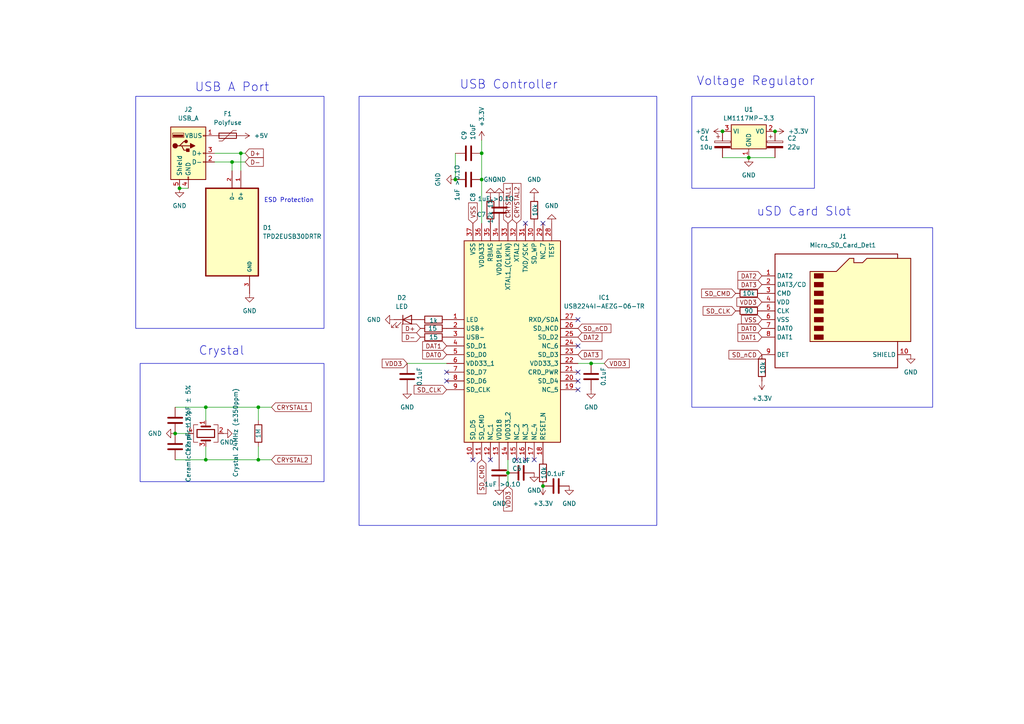
<source format=kicad_sch>
(kicad_sch (version 20250114) (generator "eeschema") (generator_version "9.0")
  (paper "A4")
  (title_block (title "uSDReader") (date "2025-04-22") (rev "3"))
  (lib_symbols
    (symbol "Connector:Micro_SD_Card_Det1"
      (property "Reference" "J" (at -16.51 17.78 0))
      (property "Value" "Micro_SD_Card_Det1" (at 16.51 17.78 0))
      (symbol "Micro_SD_Card_Det1_0_1"
        (polyline (pts (xy -8.89 -8.89) (xy -8.89 11.43) (xy -1.27 11.43) (xy 2.54 15.24) (xy 3.81 15.24) (xy 3.81 13.97) (xy 6.35 13.97) (xy 7.62 15.24) (xy 20.32 15.24) (xy 20.32 -8.89) (xy -8.89 -8.89)) (stroke (width 0.254)) (fill (type background)))
        (rectangle (start -7.62 10.795) (end -5.08 9.525) (stroke (width 0.254)) (fill (type outline)))
        (rectangle (start -7.62 8.255) (end -5.08 6.985) (stroke (width 0.254)) (fill (type outline)))
        (rectangle (start -7.62 5.715) (end -5.08 4.445) (stroke (width 0.254)) (fill (type outline)))
        (rectangle (start -7.62 3.175) (end -5.08 1.905) (stroke (width 0.254)) (fill (type outline)))
        (rectangle (start -7.62 0.635) (end -5.08 -0.635) (stroke (width 0.254)) (fill (type outline)))
        (rectangle (start -7.62 -1.905) (end -5.08 -3.175) (stroke (width 0.254)) (fill (type outline)))
        (rectangle (start -7.62 -4.445) (end -5.08 -5.715) (stroke (width 0.254)) (fill (type outline)))
        (rectangle (start -7.62 -6.985) (end -5.08 -8.255) (stroke (width 0.254)) (fill (type outline)))
        (polyline (pts (xy 16.51 15.24) (xy 16.51 16.51) (xy -19.05 16.51) (xy -19.05 -16.51) (xy 16.51 -16.51) (xy 16.51 -8.89)) (stroke (width 0.254)))
      )
      (symbol "Micro_SD_Card_Det1_1_1"
        (pin bidirectional line (at -22.86 10.16 0) (length 3.81) (name "DAT2") (number "1"))
        (pin bidirectional line (at -22.86 7.62 0) (length 3.81) (name "DAT3/CD") (number "2"))
        (pin input line (at -22.86 5.08 0) (length 3.81) (name "CMD") (number "3"))
        (pin power_in line (at -22.86 2.54 0) (length 3.81) (name "VDD") (number "4"))
        (pin input line (at -22.86 0 0) (length 3.81) (name "CLK") (number "5"))
        (pin power_in line (at -22.86 -2.54 0) (length 3.81) (name "VSS") (number "6"))
        (pin bidirectional line (at -22.86 -5.08 0) (length 3.81) (name "DAT0") (number "7"))
        (pin bidirectional line (at -22.86 -7.62 0) (length 3.81) (name "DAT1") (number "8"))
        (pin passive line (at -22.86 -12.7 0) (length 3.81) (name "DET") (number "9"))
        (pin passive line (at 20.32 -12.7 180) (length 3.81) (name "SHIELD") (number "10"))
      )
    )
    (symbol "Connector:USB_A" (pin_names (offset 1.016))
      (property "Reference" "J" (at -5.08 11.43 0))
      (property "Value" "USB_A" (at -5.08 8.89 0))
      (symbol "USB_A_0_1"
        (rectangle (start -5.08 -7.62) (end 5.08 7.62) (stroke (width 0.254)) (fill (type background)))
        (circle (center -3.81 2.159) (radius 0.635) (stroke (width 0.254)) (fill (type outline)))
        (polyline (pts (xy -3.175 2.159) (xy -2.54 2.159) (xy -1.27 3.429) (xy -0.635 3.429)) (stroke (width 0.254)))
        (polyline (pts (xy -2.54 2.159) (xy -1.905 2.159) (xy -1.27 0.889) (xy 0 0.889)) (stroke (width 0.254)))
        (rectangle (start -1.524 4.826) (end -4.318 5.334) (fill (type outline)))
        (rectangle (start -1.27 4.572) (end -4.572 5.842))
        (circle (center -0.635 3.429) (radius 0.381) (stroke (width 0.254)) (fill (type outline)))
        (rectangle (start -0.127 -7.62) (end 0.127 -6.858))
        (rectangle (start 0.254 1.27) (end -0.508 0.508) (stroke (width 0.254)) (fill (type outline)))
        (polyline (pts (xy 0.635 2.794) (xy 0.635 1.524) (xy 1.905 2.159) (xy 0.635 2.794)) (stroke (width 0.254)) (fill (type outline)))
        (rectangle (start 5.08 4.953) (end 4.318 5.207))
        (rectangle (start 5.08 -0.127) (end 4.318 0.127))
        (rectangle (start 5.08 -2.667) (end 4.318 -2.413))
      )
      (symbol "USB_A_1_1"
        (polyline (pts (xy -1.905 2.159) (xy 0.635 2.159)) (stroke (width 0.254)))
        (pin passive line (at -2.54 -10.16 90) (length 2.54) (name "Shield") (number "5"))
        (pin power_in line (at 0 -10.16 90) (length 2.54) (name "GND") (number "4"))
        (pin power_in line (at 7.62 5.08 180) (length 2.54) (name "VBUS") (number "1"))
        (pin bidirectional line (at 7.62 0 180) (length 2.54) (name "D+") (number "3"))
        (pin bidirectional line (at 7.62 -2.54 180) (length 2.54) (name "D-") (number "2"))
      )
    )
    (symbol "Device:C" (pin_numbers (hide yes)) (pin_names (offset 0.254))
      (property "Reference" "C" (at 0.635 2.54 0))
      (property "Value" "C" (at 0.635 -2.54 0))
      (symbol "C_0_1"
        (polyline (pts (xy -2.032 0.762) (xy 2.032 0.762)) (stroke (width 0.508)))
        (polyline (pts (xy -2.032 -0.762) (xy 2.032 -0.762)) (stroke (width 0.508)))
      )
      (symbol "C_1_1"
        (pin passive line (at 0 3.81 270) (length 2.794) (name "~") (number "1"))
        (pin passive line (at 0 -3.81 90) (length 2.794) (name "~") (number "2"))
      )
    )
    (symbol "Device:C_Polarized" (pin_numbers (hide yes)) (pin_names (offset 0.254))
      (property "Reference" "C" (at 0.635 2.54 0))
      (property "Value" "C_Polarized" (at 0.635 -2.54 0))
      (symbol "C_Polarized_0_1"
        (rectangle (start -2.286 0.508) (end 2.286 1.016))
        (polyline (pts (xy -1.778 2.286) (xy -0.762 2.286)))
        (polyline (pts (xy -1.27 2.794) (xy -1.27 1.778)))
        (rectangle (start 2.286 -0.508) (end -2.286 -1.016) (fill (type outline)))
      )
      (symbol "C_Polarized_1_1"
        (pin passive line (at 0 3.81 270) (length 2.794) (name "~") (number "1"))
        (pin passive line (at 0 -3.81 90) (length 2.794) (name "~") (number "2"))
      )
    )
    (symbol "Device:Crystal_GND24" (pin_names (offset 1.016) (hide yes))
      (property "Reference" "Y" (at 3.175 5.08 0))
      (property "Value" "Crystal_GND24" (at 3.175 3.175 0))
      (symbol "Crystal_GND24_0_1"
        (polyline (pts (xy -2.54 2.286) (xy -2.54 3.556) (xy 2.54 3.556) (xy 2.54 2.286)))
        (polyline (pts (xy -2.54 0) (xy -2.032 0)))
        (polyline (pts (xy -2.54 -2.286) (xy -2.54 -3.556) (xy 2.54 -3.556) (xy 2.54 -2.286)))
        (polyline (pts (xy -2.032 -1.27) (xy -2.032 1.27)) (stroke (width 0.508)))
        (rectangle (start -1.143 2.54) (end 1.143 -2.54) (stroke (width 0.3048)))
        (polyline (pts (xy 0 3.556) (xy 0 3.81)))
        (polyline (pts (xy 0 -3.81) (xy 0 -3.556)))
        (polyline (pts (xy 2.032 0) (xy 2.54 0)))
        (polyline (pts (xy 2.032 -1.27) (xy 2.032 1.27)) (stroke (width 0.508)))
      )
      (symbol "Crystal_GND24_1_1"
        (pin passive line (at -3.81 0 0) (length 1.27) (name "1") (number "1"))
        (pin passive line (at 0 5.08 270) (length 1.27) (name "2") (number "2"))
        (pin passive line (at 0 -5.08 90) (length 1.27) (name "4") (number "4"))
        (pin passive line (at 3.81 0 180) (length 1.27) (name "3") (number "3"))
      )
    )
    (symbol "Device:LED" (pin_numbers (hide yes)) (pin_names (offset 1.016) (hide yes))
      (property "Reference" "D" (at 0 2.54 0))
      (property "Value" "LED" (at 0 -2.54 0))
      (symbol "LED_0_1"
        (polyline (pts (xy -3.048 -0.762) (xy -4.572 -2.286) (xy -3.81 -2.286) (xy -4.572 -2.286) (xy -4.572 -1.524)))
        (polyline (pts (xy -1.778 -0.762) (xy -3.302 -2.286) (xy -2.54 -2.286) (xy -3.302 -2.286) (xy -3.302 -1.524)))
        (polyline (pts (xy -1.27 0) (xy 1.27 0)))
        (polyline (pts (xy -1.27 -1.27) (xy -1.27 1.27)) (stroke (width 0.254)))
        (polyline (pts (xy 1.27 -1.27) (xy 1.27 1.27) (xy -1.27 0) (xy 1.27 -1.27)) (stroke (width 0.254)))
      )
      (symbol "LED_1_1"
        (pin passive line (at -3.81 0 0) (length 2.54) (name "K") (number "1"))
        (pin passive line (at 3.81 0 180) (length 2.54) (name "A") (number "2"))
      )
    )
    (symbol "Device:Polyfuse" (pin_numbers (hide yes)) (pin_names (offset 0))
      (property "Reference" "F" (at -2.54 0 90))
      (property "Value" "Polyfuse" (at 2.54 0 90))
      (symbol "Polyfuse_0_1"
        (polyline (pts (xy -1.524 2.54) (xy -1.524 1.524) (xy 1.524 -1.524) (xy 1.524 -2.54)))
        (rectangle (start -0.762 2.54) (end 0.762 -2.54) (stroke (width 0.254)))
        (polyline (pts (xy 0 2.54) (xy 0 -2.54)))
      )
      (symbol "Polyfuse_1_1"
        (pin passive line (at 0 3.81 270) (length 1.27) (name "~") (number "1"))
        (pin passive line (at 0 -3.81 90) (length 1.27) (name "~") (number "2"))
      )
    )
    (symbol "Device:R" (pin_numbers (hide yes)) (pin_names (offset 0))
      (property "Reference" "R" (at 2.032 0 90))
      (property "Value" "R" (at 0 0 90))
      (symbol "R_0_1"
        (rectangle (start -1.016 -2.54) (end 1.016 2.54) (stroke (width 0.254)))
      )
      (symbol "R_1_1"
        (pin passive line (at 0 3.81 270) (length 1.27) (name "~") (number "1"))
        (pin passive line (at 0 -3.81 90) (length 1.27) (name "~") (number "2"))
      )
    )
    (symbol "ESDDD:TPD2EUSB30DRTR" (pin_names (offset 1.016))
      (property "Reference" "D" (at -12.7 8.62 0))
      (property "Value" "TPD2EUSB30DRTR" (at -12.7 -11.62 0))
      (symbol "TPD2EUSB30DRTR_0_0"
        (rectangle (start -12.7 -7.62) (end 12.7 7.62) (stroke (width 0.41)) (fill (type background)))
        (pin bidirectional line (at -17.78 2.54 0) (length 5.08) (name "D+") (number "1"))
        (pin bidirectional line (at -17.78 0 0) (length 5.08) (name "D-") (number "2"))
        (pin power_in line (at 17.78 5.08 180) (length 5.08) (name "GND") (number "3"))
      )
    )
    (symbol "Regulator_Linear:LM1117MP-3.3"
      (property "Reference" "U" (at -3.81 3.175 0))
      (property "Value" "LM1117MP-3.3" (at 0 3.175 0))
      (symbol "LM1117MP-3.3_0_1"
        (rectangle (start -5.08 -5.08) (end 5.08 1.905) (stroke (width 0.254)) (fill (type background)))
      )
      (symbol "LM1117MP-3.3_1_1"
        (pin power_in line (at -7.62 0 0) (length 2.54) (name "VI") (number "3"))
        (pin power_in line (at 0 -7.62 90) (length 2.54) (name "GND") (number "1"))
        (pin power_out line (at 7.62 0 180) (length 2.54) (name "VO") (number "2"))
      )
    )
    (symbol "USBBB:USB2244I-AEZG-06-TR"
      (property "Reference" "IC" (at 34.29 27.94 0))
      (property "Value" "USB2244I-AEZG-06-TR" (at 34.29 25.4 0))
      (symbol "USB2244I-AEZG-06-TR_1_1"
        (rectangle (start 5.08 22.86) (end 33.02 -35.56) (stroke (width 0.254)) (fill (type background)))
        (pin passive line (at 0 0 0) (length 5.08) (name "LED") (number "1"))
        (pin passive line (at 0 -2.54 0) (length 5.08) (name "USB+") (number "2"))
        (pin passive line (at 0 -5.08 0) (length 5.08) (name "USB-") (number "3"))
        (pin passive line (at 0 -7.62 0) (length 5.08) (name "SD_D1") (number "4"))
        (pin passive line (at 0 -10.16 0) (length 5.08) (name "SD_D0") (number "5"))
        (pin passive line (at 0 -12.7 0) (length 5.08) (name "VDD33_1") (number "6"))
        (pin passive line (at 0 -15.24 0) (length 5.08) (name "SD_D7") (number "7"))
        (pin passive line (at 0 -17.78 0) (length 5.08) (name "SD_D6") (number "8"))
        (pin passive line (at 0 -20.32 0) (length 5.08) (name "SD_CLK") (number "9"))
        (pin passive line (at 7.62 27.94 270) (length 5.08) (name "VSS") (number "37"))
        (pin passive line (at 7.62 -40.64 90) (length 5.08) (name "SD_D5") (number "10"))
        (pin passive line (at 10.16 27.94 270) (length 5.08) (name "VDDA33") (number "36"))
        (pin passive line (at 10.16 -40.64 90) (length 5.08) (name "SD_CMD") (number "11"))
        (pin passive line (at 12.7 27.94 270) (length 5.08) (name "RBIAS") (number "35"))
        (pin passive line (at 12.7 -40.64 90) (length 5.08) (name "NC_1") (number "12"))
        (pin passive line (at 15.24 27.94 270) (length 5.08) (name "VDD18PLL") (number "34"))
        (pin passive line (at 15.24 -40.64 90) (length 5.08) (name "VDD18") (number "13"))
        (pin passive line (at 17.78 27.94 270) (length 5.08) (name "XTAL1_(CLKIN)") (number "33"))
        (pin passive line (at 17.78 -40.64 90) (length 5.08) (name "VDD33_2") (number "14"))
        (pin passive line (at 20.32 27.94 270) (length 5.08) (name "XTAL2") (number "32"))
        (pin passive line (at 20.32 -40.64 90) (length 5.08) (name "NC_2") (number "15"))
        (pin passive line (at 22.86 27.94 270) (length 5.08) (name "TXD/SCK") (number "31"))
        (pin passive line (at 22.86 -40.64 90) (length 5.08) (name "NC_3") (number "16"))
        (pin passive line (at 25.4 27.94 270) (length 5.08) (name "SD_WP") (number "30"))
        (pin passive line (at 25.4 -40.64 90) (length 5.08) (name "NC_4") (number "17"))
        (pin passive line (at 27.94 27.94 270) (length 5.08) (name "NC_7") (number "29"))
        (pin passive line (at 27.94 -40.64 90) (length 5.08) (name "RESET_N") (number "18"))
        (pin passive line (at 30.48 27.94 270) (length 5.08) (name "TEST") (number "28"))
        (pin passive line (at 38.1 0 180) (length 5.08) (name "RXD/SDA") (number "27"))
        (pin passive line (at 38.1 -2.54 180) (length 5.08) (name "SD_NCD") (number "26"))
        (pin passive line (at 38.1 -5.08 180) (length 5.08) (name "SD_D2") (number "25"))
        (pin passive line (at 38.1 -7.62 180) (length 5.08) (name "NC_6") (number "24"))
        (pin passive line (at 38.1 -10.16 180) (length 5.08) (name "SD_D3") (number "23"))
        (pin passive line (at 38.1 -12.7 180) (length 5.08) (name "VDD33_3") (number "22"))
        (pin passive line (at 38.1 -15.24 180) (length 5.08) (name "CRD_PWR") (number "21"))
        (pin passive line (at 38.1 -17.78 180) (length 5.08) (name "SD_D4") (number "20"))
        (pin passive line (at 38.1 -20.32 180) (length 5.08) (name "NC_5") (number "19"))
      )
    )
    (symbol "power:+3.3V" (power) (pin_numbers (hide yes)) (pin_names (offset 0) (hide yes))
      (property "Value" "+3.3V" (at 0 3.556 0))
      (symbol "+3.3V_0_1"
        (polyline (pts (xy -0.762 1.27) (xy 0 2.54)))
        (polyline (pts (xy 0 2.54) (xy 0.762 1.27)))
        (polyline (pts (xy 0 0) (xy 0 2.54)))
      )
      (symbol "+3.3V_1_1"
        (pin power_in line (at 0 0 90) (length 0) (name "~") (number "1"))
      )
    )
    (symbol "power:+5V" (power) (pin_numbers (hide yes)) (pin_names (offset 0) (hide yes))
      (property "Value" "+5V" (at 0 3.556 0))
      (symbol "+5V_0_1"
        (polyline (pts (xy -0.762 1.27) (xy 0 2.54)))
        (polyline (pts (xy 0 2.54) (xy 0.762 1.27)))
        (polyline (pts (xy 0 0) (xy 0 2.54)))
      )
      (symbol "+5V_1_1"
        (pin power_in line (at 0 0 90) (length 0) (name "~") (number "1"))
      )
    )
    (symbol "power:GND" (power) (pin_numbers (hide yes)) (pin_names (offset 0) (hide yes))
      (property "Value" "GND" (at 0 -3.81 0))
      (symbol "GND_0_1"
        (polyline (pts (xy 0 0) (xy 0 -1.27) (xy 1.27 -1.27) (xy 0 -2.54) (xy -1.27 -1.27) (xy 0 -1.27)))
      )
      (symbol "GND_1_1"
        (pin power_in line (at 0 0 270) (length 0) (name "~") (number "1"))
      )
    )
  )
  (rectangle (start 200.66 66.04) (end 270.51 118.11))
  (rectangle (start 40.64 105.41) (end 93.98 139.7))
  (rectangle (start 200.66 27.94) (end 236.22 54.61))
  (rectangle (start 39.37 27.94) (end 93.98 95.25))
  (rectangle (start 104.14 27.94) (end 190.5 152.4))
  (text "uSD Card Slot" (at 233.172 61.468 0) (effects (font (size 2.54 2.54))))
  (text "Voltage Regulator" (at 219.202 23.622 0) (effects (font (size 2.54 2.54))))
  (text "Crystal" (at 64.262 101.854 0) (effects (font (size 2.54 2.54))))
  (text "USB Controller" (at 147.574 24.638 0) (effects (font (size 2.54 2.54))))
  (text "USB A Port" (at 67.31 25.4 0) (effects (font (size 2.54 2.54))))
  (text "ESD Protection" (at 83.82 58.166 0) (effects (font (size 1.27 1.27))))
  (junction (at 139.7 44.45))
  (junction (at 59.69 133.35))
  (junction (at 139.7 52.07))
  (junction (at 69.85 44.45))
  (junction (at 74.93 133.35))
  (junction (at 224.79 38.1))
  (junction (at 209.55 38.1))
  (junction (at 147.32 137.16))
  (junction (at 171.45 105.41))
  (junction (at 67.31 46.99))
  (junction (at 157.48 140.97))
  (junction (at 52.07 54.61))
  (junction (at 217.17 45.72))
  (junction (at 74.93 118.11))
  (junction (at 59.69 118.11))
  (junction (at 132.08 52.07))
  (junction (at 50.8 125.73))
  (no_connect (at 152.4 64.77))
  (no_connect (at 142.24 133.35))
  (no_connect (at 129.54 110.49))
  (no_connect (at 167.64 100.33))
  (no_connect (at 167.64 92.71))
  (no_connect (at 137.16 133.35))
  (no_connect (at 167.64 110.49))
  (no_connect (at 157.48 64.77))
  (no_connect (at 129.54 107.95))
  (no_connect (at 149.86 133.35))
  (no_connect (at 152.4 133.35))
  (no_connect (at 154.94 133.35))
  (no_connect (at 167.64 113.03))
  (no_connect (at 167.64 107.95))
  (wire (pts (xy 50.8 125.73) (xy 54.61 125.73)))
  (wire (pts (xy 132.08 52.07) (xy 132.08 44.45)))
  (wire (pts (xy 62.23 44.45) (xy 69.85 44.45)))
  (wire (pts (xy 167.64 105.41) (xy 171.45 105.41)))
  (wire (pts (xy 139.7 52.07) (xy 139.7 44.45)))
  (wire (pts (xy 147.32 133.35) (xy 147.32 137.16)))
  (wire (pts (xy 139.7 44.45) (xy 139.7 40.64)))
  (wire (pts (xy 217.17 45.72) (xy 224.79 45.72)))
  (wire (pts (xy 147.32 137.16) (xy 147.32 140.97)))
  (wire (pts (xy 74.93 133.35) (xy 78.74 133.35)))
  (wire (pts (xy 171.45 105.41) (xy 175.26 105.41)))
  (wire (pts (xy 74.93 118.11) (xy 78.74 118.11)))
  (wire (pts (xy 50.8 118.11) (xy 59.69 118.11)))
  (wire (pts (xy 69.85 44.45) (xy 69.85 49.53)))
  (wire (pts (xy 69.85 44.45) (xy 71.12 44.45)))
  (wire (pts (xy 62.23 46.99) (xy 67.31 46.99)))
  (wire (pts (xy 67.31 46.99) (xy 67.31 49.53)))
  (wire (pts (xy 118.11 105.41) (xy 129.54 105.41)))
  (wire (pts (xy 52.07 54.61) (xy 54.61 54.61)))
  (wire (pts (xy 139.7 52.07) (xy 139.7 64.77)))
  (wire (pts (xy 59.69 129.54) (xy 59.69 133.35)))
  (wire (pts (xy 59.69 133.35) (xy 74.93 133.35)))
  (wire (pts (xy 74.93 133.35) (xy 74.93 129.54)))
  (wire (pts (xy 74.93 118.11) (xy 74.93 121.92)))
  (wire (pts (xy 59.69 118.11) (xy 59.69 121.92)))
  (wire (pts (xy 59.69 118.11) (xy 74.93 118.11)))
  (wire (pts (xy 209.55 45.72) (xy 217.17 45.72)))
  (wire (pts (xy 50.8 133.35) (xy 59.69 133.35)))
  (wire (pts (xy 67.31 46.99) (xy 71.12 46.99)))
  (global_label "D+" (shape input) (at 71.12 44.45 0) (property "Intersheetrefs" "${INTERSHEET_REFS}" (effects (hide yes))))
  (global_label "CRYSTAL2" (shape input) (at 149.86 64.77 90) (property "Intersheetrefs" "${INTERSHEET_REFS}" (effects (hide yes))))
  (global_label "SD_CMD" (shape input) (at 139.7 133.35 270) (property "Intersheetrefs" "${INTERSHEET_REFS}" (effects (hide yes))))
  (global_label "SD_nCD" (shape input) (at 220.98 102.87 180) (property "Intersheetrefs" "${INTERSHEET_REFS}" (effects (hide yes))))
  (global_label "DAT3" (shape input) (at 167.64 102.87 0) (property "Intersheetrefs" "${INTERSHEET_REFS}" (effects (hide yes))))
  (global_label "D+" (shape input) (at 121.92 95.25 180) (property "Intersheetrefs" "${INTERSHEET_REFS}" (effects (hide yes))))
  (global_label "SD_CLK" (shape input) (at 129.54 113.03 180) (property "Intersheetrefs" "${INTERSHEET_REFS}" (effects (hide yes))))
  (global_label "VDD3" (shape input) (at 147.32 140.97 270) (property "Intersheetrefs" "${INTERSHEET_REFS}" (effects (hide yes))))
  (global_label "VDD3" (shape input) (at 220.98 87.63 180) (property "Intersheetrefs" "${INTERSHEET_REFS}" (effects (hide yes))))
  (global_label "DAT0" (shape input) (at 220.98 95.25 180) (property "Intersheetrefs" "${INTERSHEET_REFS}" (effects (hide yes))))
  (global_label "VDD3" (shape input) (at 175.26 105.41 0) (property "Intersheetrefs" "${INTERSHEET_REFS}" (effects (hide yes))))
  (global_label "DAT2" (shape input) (at 167.64 97.79 0) (property "Intersheetrefs" "${INTERSHEET_REFS}" (effects (hide yes))))
  (global_label "DAT1" (shape input) (at 220.98 97.79 180) (property "Intersheetrefs" "${INTERSHEET_REFS}" (effects (hide yes))))
  (global_label "SD_CMD" (shape input) (at 213.36 85.09 180) (property "Intersheetrefs" "${INTERSHEET_REFS}" (effects (hide yes))))
  (global_label "VSS" (shape input) (at 220.98 92.71 180) (property "Intersheetrefs" "${INTERSHEET_REFS}" (effects (hide yes))))
  (global_label "DAT0" (shape input) (at 129.54 102.87 180) (property "Intersheetrefs" "${INTERSHEET_REFS}" (effects (hide yes))))
  (global_label "DAT1" (shape input) (at 129.54 100.33 180) (property "Intersheetrefs" "${INTERSHEET_REFS}" (effects (hide yes))))
  (global_label "VDD3" (shape input) (at 118.11 105.41 180) (property "Intersheetrefs" "${INTERSHEET_REFS}" (effects (hide yes))))
  (global_label "CRYSTAL1" (shape input) (at 78.74 118.11 0) (property "Intersheetrefs" "${INTERSHEET_REFS}" (effects (hide yes))))
  (global_label "DAT2" (shape input) (at 220.98 80.01 180) (property "Intersheetrefs" "${INTERSHEET_REFS}" (effects (hide yes))))
  (global_label "DAT3" (shape input) (at 220.98 82.55 180) (property "Intersheetrefs" "${INTERSHEET_REFS}" (effects (hide yes))))
  (global_label "SD_nCD" (shape input) (at 167.64 95.25 0) (property "Intersheetrefs" "${INTERSHEET_REFS}" (effects (hide yes))))
  (global_label "CRYSTAL2" (shape input) (at 78.74 133.35 0) (property "Intersheetrefs" "${INTERSHEET_REFS}" (effects (hide yes))))
  (global_label "CRYSTAL1" (shape input) (at 147.32 64.77 90) (property "Intersheetrefs" "${INTERSHEET_REFS}" (effects (hide yes))))
  (global_label "SD_CLK" (shape input) (at 213.36 90.17 180) (property "Intersheetrefs" "${INTERSHEET_REFS}" (effects (hide yes))))
  (global_label "D-" (shape input) (at 121.92 97.79 180) (property "Intersheetrefs" "${INTERSHEET_REFS}" (effects (hide yes))))
  (global_label "VSS" (shape input) (at 137.16 64.77 90) (property "Intersheetrefs" "${INTERSHEET_REFS}" (effects (hide yes))))
  (global_label "D-" (shape input) (at 71.12 46.99 0) (property "Intersheetrefs" "${INTERSHEET_REFS}" (effects (hide yes))))
  (symbol (lib_id "power:+5V") (at 69.85 39.37 270) (unit 1)
    (property "Reference" "#PWR01" (effects (hide yes)))
    (property "Value" "+5V" (at 73.66 39.3699 90) (effects (justify left)))
    (property "Description" "Power symbol creates a global label with name \"+5V\"" (effects (hide yes)))
  )
  (symbol (lib_id "power:GND") (at 132.08 52.07 270) (unit 1)
    (property "Reference" "#PWR012" (effects (hide yes)))
    (property "Value" "GND" (at 127 52.07 0))
    (property "Description" "Power symbol creates a global label with name \"GND\" , ground" (effects (hide yes)))
  )
  (symbol (lib_id "power:GND") (at 52.07 54.61 0) (unit 1)
    (property "Reference" "#PWR02" (effects (hide yes)))
    (property "Value" "GND" (at 52.07 59.69 0))
    (property "Description" "Power symbol creates a global label with name \"GND\" , ground" (effects (hide yes)))
  )
  (symbol (lib_id "Device:R") (at 125.73 95.25 90) (unit 1)
    (property "Reference" "R4" (effects (hide yes)))
    (property "Value" "15" (at 125.476 95.25 90))
    (property "Footprint" "Resistor_SMD:R_0402_1005Metric" (effects (hide yes)))
    (property "Description" "Resistor" (effects (hide yes)))
  )
  (symbol (lib_id "power:GND") (at 114.3 92.71 270) (unit 1)
    (property "Reference" "#PWR016" (effects (hide yes)))
    (property "Value" "GND" (at 110.49 92.7099 90) (effects (justify right)))
    (property "Description" "Power symbol creates a global label with name \"GND\" , ground" (effects (hide yes)))
  )
  (symbol (lib_id "Device:R") (at 154.94 60.96 180) (unit 1)
    (property "Reference" "R9" (effects (hide yes)))
    (property "Value" "10k" (at 155.194 60.96 90))
    (property "Footprint" "Resistor_SMD:R_0402_1005Metric" (effects (hide yes)))
    (property "Description" "Resistor" (effects (hide yes)))
  )
  (symbol (lib_id "power:GND") (at 144.78 140.97 0) (unit 1)
    (property "Reference" "#PWR010" (effects (hide yes)))
    (property "Value" "GND" (at 144.78 146.05 0))
    (property "Description" "Power symbol creates a global label with name \"GND\" , ground" (effects (hide yes)))
  )
  (symbol (lib_id "Device:R") (at 220.98 106.68 180) (unit 1)
    (property "Reference" "R10" (effects (hide yes)))
    (property "Value" "10k" (at 221.234 106.68 90))
    (property "Footprint" "Resistor_SMD:R_0402_1005Metric" (effects (hide yes)))
    (property "Description" "Resistor" (effects (hide yes)))
  )
  (symbol (lib_id "power:GND") (at 118.11 113.03 0) (unit 1)
    (property "Reference" "#PWR06" (effects (hide yes)))
    (property "Value" "GND" (at 118.11 118.11 0))
    (property "Description" "Power symbol creates a global label with name \"GND\" , ground" (effects (hide yes)))
  )
  (symbol (lib_id "Device:C_Polarized") (at 224.79 41.91 0) (unit 1)
    (property "Reference" "C2" (at 228.346 40.132 0) (effects (justify left)))
    (property "Value" "22u" (at 228.346 42.672 0) (effects (justify left)))
    (property "Footprint" "Capacitor_Tantalum_SMD:CP_EIA-1608-08_AVX-J" (effects (hide yes)))
    (property "Description" "Polarized capacitor" (effects (hide yes)))
  )
  (symbol (lib_id "power:+3.3V") (at 139.7 40.64 0) (unit 1)
    (property "Reference" "#PWR013" (effects (hide yes)))
    (property "Value" "+3.3V" (at 139.6999 36.83 90) (effects (justify left)))
    (property "Description" "Power symbol creates a global label with name \"+3.3V\"" (effects (hide yes)))
  )
  (symbol (lib_id "power:+3.3V") (at 224.79 38.1 270) (unit 1)
    (property "Reference" "#PWR04" (effects (hide yes)))
    (property "Value" "+3.3V" (at 228.6 38.0999 90) (effects (justify left)))
    (property "Description" "Power symbol creates a global label with name \"+3.3V\"" (effects (hide yes)))
  )
  (symbol (lib_id "power:GND") (at 72.39 85.09 0) (unit 1)
    (property "Reference" "#PWR017" (effects (hide yes)))
    (property "Value" "GND" (at 72.39 90.17 0))
    (property "Description" "Power symbol creates a global label with name \"GND\" , ground" (effects (hide yes)))
  )
  (symbol (lib_id "power:GND") (at 154.94 137.16 0) (unit 1)
    (property "Reference" "#PWR09" (effects (hide yes)))
    (property "Value" "GND" (at 154.94 142.24 0))
    (property "Description" "Power symbol creates a global label with name \"GND\" , ground" (effects (hide yes)))
  )
  (symbol (lib_id "Device:R") (at 125.73 92.71 90) (unit 1)
    (property "Reference" "R7" (effects (hide yes)))
    (property "Value" "1k" (at 125.73 92.964 90))
    (property "Footprint" "Resistor_SMD:R_0402_1005Metric" (effects (hide yes)))
    (property "Description" "Resistor" (effects (hide yes)))
  )
  (symbol (lib_id "Device:C") (at 144.78 137.16 0) (unit 1)
    (property "Reference" "C6" (at 148.59 135.8899 0) (effects (justify left)))
    (property "Value" "1uF >0.1O" (at 140.462 140.462 0) (effects (justify left)))
    (property "Footprint" "Capacitor_SMD:C_0402_1005Metric" (effects (hide yes)))
    (property "Description" "Unpolarized capacitor" (effects (hide yes)))
  )
  (symbol (lib_id "power:GND") (at 50.8 125.73 270) (unit 1)
    (property "Reference" "#PWR022" (effects (hide yes)))
    (property "Value" "GND" (at 46.99 125.7299 90) (effects (justify right)))
    (property "Description" "Power symbol creates a global label with name \"GND\" , ground" (effects (hide yes)))
  )
  (symbol (lib_id "ESDDD:TPD2EUSB30DRTR") (at 67.31 67.31 270) (unit 1)
    (property "Reference" "D1" (at 76.2 66.0399 90) (effects (justify left)))
    (property "Value" "TPD2EUSB30DRTR" (at 76.2 68.5799 90) (effects (justify left)))
    (property "Footprint" "ESDDD:SOTFL35P100X50-3N" (effects (hide yes)))
    (property "MF" "Texas Instruments" (effects (hide yes)))
    (property "Description_1" "Dual  0.7-pF, 5.5-V ±8-kV  ESD protection diode with 5-A  surge rating for USB 3.0" (effects (hide yes)))
    (property "Package" "SOT-9X3-3 Texas Instruments" (effects (hide yes)))
    (property "Price" "None" (effects (hide yes)))
    (property "SnapEDA_Link" "https://www.snapeda.com/parts/TPD2EUSB30DRTR/Texas+Instruments/view-part/?ref=snap" (effects (hide yes)))
    (property "MP" "TPD2EUSB30DRTR" (effects (hide yes)))
    (property "Availability" "In Stock" (effects (hide yes)))
    (property "Check_prices" "https://www.snapeda.com/parts/TPD2EUSB30DRTR/Texas+Instruments/view-part/?ref=eda" (effects (hide yes)))
    (property "JLCPCB Part" "C5182099" (effects (hide yes)))
  )
  (symbol (lib_id "power:GND") (at 217.17 45.72 0) (unit 1)
    (property "Reference" "#PWR05" (effects (hide yes)))
    (property "Value" "GND" (at 217.17 50.8 0))
    (property "Description" "Power symbol creates a global label with name \"GND\" , ground" (effects (hide yes)))
  )
  (symbol (lib_id "Device:C") (at 144.78 60.96 180) (unit 1)
    (property "Reference" "C7" (at 140.97 62.2301 0) (effects (justify left)))
    (property "Value" "1uF >0.1O" (at 149.098 57.658 0) (effects (justify left)))
    (property "Footprint" "Capacitor_SMD:C_0402_1005Metric" (effects (hide yes)))
    (property "Description" "Unpolarized capacitor" (effects (hide yes)))
  )
  (symbol (lib_id "Device:C") (at 135.89 52.07 270) (unit 1)
    (property "Reference" "C8" (at 137.1601 55.88 0) (effects (justify left)))
    (property "Value" "1uF >0.1O" (at 132.588 47.752 0) (effects (justify left)))
    (property "Footprint" "Capacitor_SMD:C_0402_1005Metric" (effects (hide yes)))
    (property "Description" "Unpolarized capacitor" (effects (hide yes)))
  )
  (symbol (lib_id "Device:R") (at 157.48 137.16 180) (unit 1)
    (property "Reference" "R8" (effects (hide yes)))
    (property "Value" "10k" (at 157.734 137.16 90))
    (property "Footprint" "Resistor_SMD:R_0402_1005Metric" (effects (hide yes)))
    (property "Description" "Resistor" (effects (hide yes)))
  )
  (symbol (lib_id "Device:R") (at 74.93 125.73 180) (unit 1)
    (property "Reference" "R1" (effects (hide yes)))
    (property "Value" "1M" (at 74.93 125.73 90))
    (property "Footprint" "Resistor_SMD:R_0603_1608Metric" (effects (hide yes)))
    (property "Description" "Resistor" (effects (hide yes)))
  )
  (symbol (lib_id "power:GND") (at 154.94 57.15 180) (unit 1)
    (property "Reference" "#PWR020" (effects (hide yes)))
    (property "Value" "GND" (at 154.94 52.07 0))
    (property "Description" "Power symbol creates a global label with name \"GND\" , ground" (effects (hide yes)))
  )
  (symbol (lib_id "Device:C") (at 151.13 137.16 90) (unit 1)
    (property "Reference" "C5" (effects (hide yes)))
    (property "Value" "0.1uF" (at 151.13 133.604 90))
    (property "Footprint" "Capacitor_SMD:C_0402_1005Metric" (effects (hide yes)))
    (property "Description" "Unpolarized capacitor" (effects (hide yes)))
  )
  (symbol (lib_id "Regulator_Linear:LM1117MP-3.3") (at 217.17 38.1 0) (unit 1)
    (property "Reference" "U1" (at 217.17 31.75 0))
    (property "Value" "LM1117MP-3.3" (at 217.17 34.29 0))
    (property "Footprint" "Package_TO_SOT_SMD:SOT-223-3_TabPin2" (effects (hide yes)))
    (property "Datasheet" "http://www.ti.com/lit/ds/symlink/lm1117.pdf" (effects (hide yes)))
    (property "Description" "800mA Low-Dropout Linear Regulator, 3.3V fixed output, SOT-223" (effects (hide yes)))
  )
  (symbol (lib_id "Device:C") (at 50.8 129.54 180) (unit 1)
    (property "Reference" "C11" (effects (hide yes)))
    (property "Value" "Ceramic 12 pF ± 5%" (at 54.61 129.54 90))
    (property "Footprint" "Capacitor_SMD:C_0402_1005Metric" (effects (hide yes)))
    (property "Description" "Unpolarized capacitor" (effects (hide yes)))
  )
  (symbol (lib_id "Device:C") (at 161.29 140.97 90) (unit 1)
    (property "Reference" "C10" (effects (hide yes)))
    (property "Value" "0.1uF" (at 161.29 137.414 90))
    (property "Footprint" "Capacitor_SMD:C_0402_1005Metric" (effects (hide yes)))
    (property "Description" "Unpolarized capacitor" (effects (hide yes)))
  )
  (symbol (lib_id "Connector:USB_A") (at 54.61 44.45 0) (unit 1)
    (property "Reference" "J2" (at 54.61 31.75 0))
    (property "Value" "USB_A" (at 54.61 34.29 0))
    (property "Footprint" "Connector_USB:USB_A_Receptacle_GCT_USB1046" (effects (hide yes)))
    (property "Description" "USB Type A connector" (effects (hide yes)))
    (property "JLCPCB Part" "C5393" (effects (hide yes)))
  )
  (symbol (lib_id "Device:R") (at 142.24 60.96 180) (unit 1)
    (property "Reference" "R6" (effects (hide yes)))
    (property "Value" "12k 1%" (at 142.24 61.214 90))
    (property "Footprint" "Resistor_SMD:R_0402_1005Metric" (effects (hide yes)))
    (property "Description" "Resistor" (effects (hide yes)))
  )
  (symbol (lib_id "USBBB:USB2244I-AEZG-06-TR") (at 129.54 92.71 0) (unit 1)
    (property "Reference" "IC1" (at 175.26 86.2898 0))
    (property "Value" "USB2244I-AEZG-06-TR" (at 175.26 88.8298 0))
    (property "Footprint" "USBBB:QFN50P600X600X90-37N-D" (effects (hide yes)))
    (property "Datasheet" "http://www.microchip.com/mymicrochip/filehandler.aspx?ddocname=en562093" (effects (hide yes)))
    (property "Description" "USB Interface IC USB 2.0 SD/MMC Flash Media Contrl , 3V to 3.6V ,135mA , -40C +85C" (effects (hide yes)))
    (property "Height" "0.9" (effects (hide yes)))
    (property "Mouser Part Number" "579-USB2244IAEZG06TR" (effects (hide yes)))
    (property "Mouser Price/Stock" "https://www.mouser.co.uk/ProductDetail/Microchip-Technology/USB2244I-AEZG-06-TR?qs=8jfIC9vqKDsAu01KH5BS1Q%3D%3D" (effects (hide yes)))
    (property "Manufacturer_Name" "Microchip" (effects (hide yes)))
    (property "Manufacturer_Part_Number" "USB2244I-AEZG-06-TR" (effects (hide yes)))
  )
  (symbol (lib_id "power:GND") (at 142.24 57.15 180) (unit 1)
    (property "Reference" "#PWR014" (effects (hide yes)))
    (property "Value" "GND" (at 142.24 52.07 0))
    (property "Description" "Power symbol creates a global label with name \"GND\" , ground" (effects (hide yes)))
  )
  (symbol (lib_id "Device:Polyfuse") (at 66.04 39.37 90) (unit 1)
    (property "Reference" "F1" (at 66.04 33.02 90))
    (property "Value" "Polyfuse" (at 66.04 35.56 90))
    (property "Footprint" "Fuse:Fuse_0805_2012Metric" (effects (hide yes)))
    (property "Description" "Resettable fuse, polymeric positive temperature coefficient" (effects (hide yes)))
  )
  (symbol (lib_id "Device:C") (at 118.11 109.22 0) (unit 1)
    (property "Reference" "C4" (effects (hide yes)))
    (property "Value" "0.1uF" (at 121.666 109.22 90))
    (property "Footprint" "Capacitor_SMD:C_0402_1005Metric" (effects (hide yes)))
    (property "Description" "Unpolarized capacitor" (effects (hide yes)))
  )
  (symbol (lib_id "power:+3.3V") (at 157.48 140.97 180) (unit 1)
    (property "Reference" "#PWR018" (effects (hide yes)))
    (property "Value" "+3.3V" (at 157.48 146.05 0))
    (property "Description" "Power symbol creates a global label with name \"+3.3V\"" (effects (hide yes)))
  )
  (symbol (lib_id "Device:C") (at 50.8 121.92 180) (unit 1)
    (property "Reference" "C12" (effects (hide yes)))
    (property "Value" "Ceramic 12 pF ± 5%" (at 54.61 121.92 90))
    (property "Footprint" "Capacitor_SMD:C_0402_1005Metric" (effects (hide yes)))
    (property "Description" "Unpolarized capacitor" (effects (hide yes)))
  )
  (symbol (lib_id "Connector:Micro_SD_Card_Det1") (at 243.84 90.17 0) (unit 1)
    (property "Reference" "J1" (at 244.475 68.58 0))
    (property "Value" "Micro_SD_Card_Det1" (at 244.475 71.12 0))
    (property "Footprint" "Random:TF-015" (effects (hide yes)))
    (property "Datasheet" "https://datasheet.lcsc.com/lcsc/2110151630_XKB-Connectivity-XKTF-015-N_C381082.pdf" (effects (hide yes)))
    (property "Description" "Micro SD Card Socket with one card detection pin" (effects (hide yes)))
    (property "JLCPCB Part" "C113206" (effects (hide yes)))
  )
  (symbol (lib_id "power:GND") (at 144.78 57.15 180) (unit 1)
    (property "Reference" "#PWR011" (effects (hide yes)))
    (property "Value" "GND" (at 144.78 52.07 0))
    (property "Description" "Power symbol creates a global label with name \"GND\" , ground" (effects (hide yes)))
  )
  (symbol (lib_id "Device:R") (at 217.17 85.09 90) (unit 1)
    (property "Reference" "R3" (effects (hide yes)))
    (property "Value" "10k" (at 217.17 85.09 90))
    (property "Footprint" "Resistor_SMD:R_0402_1005Metric" (effects (hide yes)))
    (property "Description" "Resistor" (effects (hide yes)))
  )
  (symbol (lib_id "power:GND") (at 165.1 140.97 0) (unit 1)
    (property "Reference" "#PWR019" (effects (hide yes)))
    (property "Value" "GND" (at 165.1 146.05 0))
    (property "Description" "Power symbol creates a global label with name \"GND\" , ground" (effects (hide yes)))
  )
  (symbol (lib_id "Device:LED") (at 118.11 92.71 0) (unit 1)
    (property "Reference" "D2" (at 116.5225 86.36 0))
    (property "Value" "LED" (at 116.5225 88.9 0))
    (property "Footprint" "LED_SMD:LED_0805_2012Metric" (effects (hide yes)))
    (property "Description" "Light emitting diode" (effects (hide yes)))
    (property "Sim.Pins" "1=K 2=A" (effects (hide yes)))
  )
  (symbol (lib_id "Device:C") (at 171.45 109.22 180) (unit 1)
    (property "Reference" "C3" (effects (hide yes)))
    (property "Value" "0.1uF" (at 175.006 109.22 90))
    (property "Footprint" "Capacitor_SMD:C_0402_1005Metric" (effects (hide yes)))
    (property "Description" "Unpolarized capacitor" (effects (hide yes)))
  )
  (symbol (lib_id "power:GND") (at 160.02 64.77 180) (unit 1)
    (property "Reference" "#PWR015" (effects (hide yes)))
    (property "Value" "GND" (at 160.02 59.69 0))
    (property "Description" "Power symbol creates a global label with name \"GND\" , ground" (effects (hide yes)))
  )
  (symbol (lib_id "Device:R") (at 217.17 90.17 90) (unit 1)
    (property "Reference" "R2" (effects (hide yes)))
    (property "Value" "90" (at 217.17 90.17 90))
    (property "Footprint" "Resistor_SMD:R_0402_1005Metric" (effects (hide yes)))
    (property "Description" "Resistor" (effects (hide yes)))
  )
  (symbol (lib_id "power:+3.3V") (at 220.98 110.49 180) (unit 1)
    (property "Reference" "#PWR021" (effects (hide yes)))
    (property "Value" "+3.3V" (at 220.98 115.57 0))
    (property "Description" "Power symbol creates a global label with name \"+3.3V\"" (effects (hide yes)))
  )
  (symbol (lib_id "Device:C") (at 135.89 44.45 90) (unit 1)
    (property "Reference" "C9" (at 134.6199 40.64 0) (effects (justify left)))
    (property "Value" "10uF" (at 137.1599 40.64 0) (effects (justify left)))
    (property "Footprint" "Capacitor_SMD:C_0402_1005Metric" (effects (hide yes)))
    (property "Description" "Unpolarized capacitor" (effects (hide yes)))
  )
  (symbol (lib_id "power:GND") (at 64.77 125.73 90) (unit 1)
    (property "Reference" "#PWR023" (effects (hide yes)))
    (property "Value" "GND" (at 63.754 128.27 90) (effects (justify right)))
    (property "Description" "Power symbol creates a global label with name \"GND\" , ground" (effects (hide yes)))
  )
  (symbol (lib_id "Device:Crystal_GND24") (at 59.69 125.73 270) (unit 1)
    (property "Reference" "Y2" (effects (hide yes)))
    (property "Value" "Crystal 24MHz (±350 ppm)" (at 68.326 125.476 0))
    (property "Footprint" "Crystal:Crystal_SMD_2016-4Pin_2.0x1.6mm" (effects (hide yes)))
    (property "Description" "Four pin crystal, GND on pins 2 and 4" (effects (hide yes)))
    (property "JLCPCB Part" "C2965580" (effects (hide yes)))
  )
  (symbol (lib_id "power:+5V") (at 209.55 38.1 90) (unit 1)
    (property "Reference" "#PWR03" (effects (hide yes)))
    (property "Value" "+5V" (at 205.74 38.0999 90) (effects (justify left)))
    (property "Description" "Power symbol creates a global label with name \"+5V\"" (effects (hide yes)))
  )
  (symbol (lib_id "Device:R") (at 125.73 97.79 90) (unit 1)
    (property "Reference" "R5" (effects (hide yes)))
    (property "Value" "15" (at 125.73 97.79 90))
    (property "Footprint" "Resistor_SMD:R_0402_1005Metric" (effects (hide yes)))
    (property "Description" "Resistor" (effects (hide yes)))
  )
  (symbol (lib_id "power:GND") (at 264.16 102.87 0) (unit 1)
    (property "Reference" "#PWR07" (effects (hide yes)))
    (property "Value" "GND" (at 264.16 107.95 0))
    (property "Description" "Power symbol creates a global label with name \"GND\" , ground" (effects (hide yes)))
  )
  (symbol (lib_id "Device:C_Polarized") (at 209.55 41.91 0) (unit 1)
    (property "Reference" "C1" (at 202.946 40.132 0) (effects (justify left)))
    (property "Value" "10u" (at 202.946 42.672 0) (effects (justify left)))
    (property "Footprint" "Capacitor_Tantalum_SMD:CP_EIA-1608-08_AVX-J" (effects (hide yes)))
    (property "Description" "Polarized capacitor" (effects (hide yes)))
  )
  (symbol (lib_id "power:GND") (at 171.45 113.03 0) (unit 1)
    (property "Reference" "#PWR08" (effects (hide yes)))
    (property "Value" "GND" (at 171.45 118.11 0))
    (property "Description" "Power symbol creates a global label with name \"GND\" , ground" (effects (hide yes)))
  )
)
</source>
